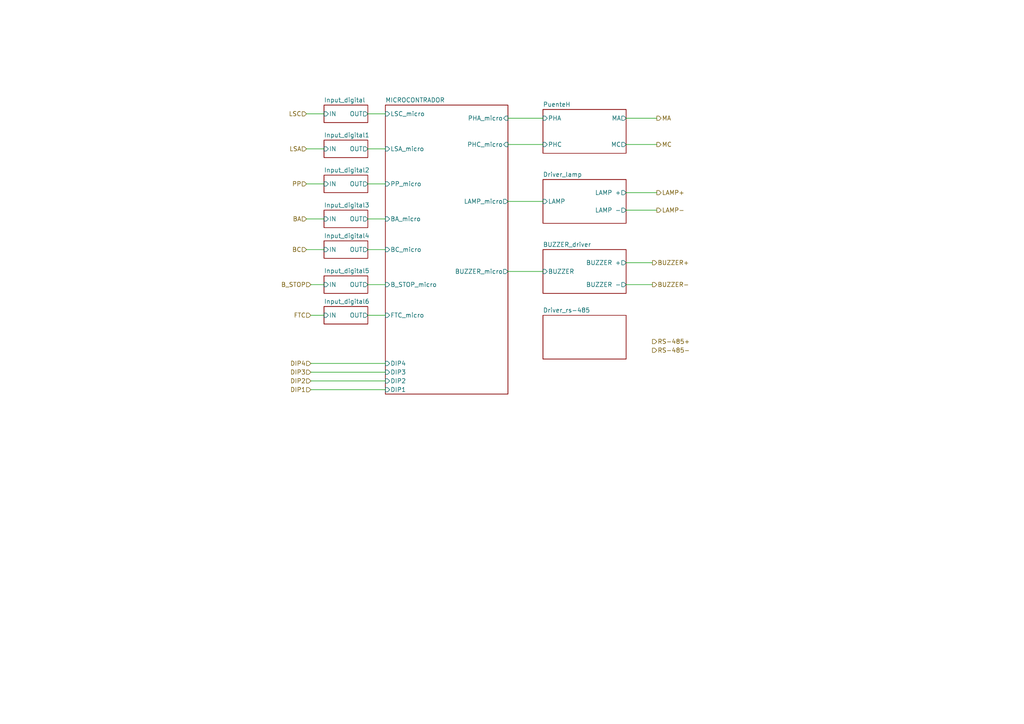
<source format=kicad_sch>
(kicad_sch
	(version 20250114)
	(generator "eeschema")
	(generator_version "9.0")
	(uuid "bac55e01-bd3b-4806-8a5c-69bdb8f2c737")
	(paper "A4")
	(lib_symbols)
	(wire
		(pts
			(xy 88.9 33.02) (xy 93.98 33.02)
		)
		(stroke
			(width 0)
			(type default)
		)
		(uuid "08af8573-46f8-46ff-a506-8001a6c2b984")
	)
	(wire
		(pts
			(xy 90.17 110.49) (xy 111.76 110.49)
		)
		(stroke
			(width 0)
			(type default)
		)
		(uuid "1e08fc0f-e373-471e-a28c-1552b1ec243b")
	)
	(wire
		(pts
			(xy 106.68 82.55) (xy 111.76 82.55)
		)
		(stroke
			(width 0)
			(type default)
		)
		(uuid "2e32666f-a8cb-4fb4-b23e-d427b89c3555")
	)
	(wire
		(pts
			(xy 90.17 91.44) (xy 93.98 91.44)
		)
		(stroke
			(width 0)
			(type default)
		)
		(uuid "331b3c85-3ef6-4983-b09b-f207ef7b20ac")
	)
	(wire
		(pts
			(xy 147.32 58.42) (xy 157.48 58.42)
		)
		(stroke
			(width 0)
			(type default)
		)
		(uuid "332ada29-271b-446b-b599-e293836f717d")
	)
	(wire
		(pts
			(xy 181.61 55.88) (xy 190.5 55.88)
		)
		(stroke
			(width 0)
			(type default)
		)
		(uuid "49c97193-eb03-4a81-9303-5e3940d9b354")
	)
	(wire
		(pts
			(xy 147.32 78.74) (xy 157.48 78.74)
		)
		(stroke
			(width 0)
			(type default)
		)
		(uuid "4a74c5bb-346e-4148-bb3c-76ff9a188046")
	)
	(wire
		(pts
			(xy 106.68 63.5) (xy 111.76 63.5)
		)
		(stroke
			(width 0)
			(type default)
		)
		(uuid "55f522c4-93e4-47cb-b1fb-b411f53fda2a")
	)
	(wire
		(pts
			(xy 88.9 53.34) (xy 93.98 53.34)
		)
		(stroke
			(width 0)
			(type default)
		)
		(uuid "67a2b4bf-75fc-48e3-ba92-dd63269fd5fd")
	)
	(wire
		(pts
			(xy 181.61 60.96) (xy 190.5 60.96)
		)
		(stroke
			(width 0)
			(type default)
		)
		(uuid "7034510e-3fb7-44a2-ba17-03dc7362f866")
	)
	(wire
		(pts
			(xy 181.61 41.91) (xy 190.5 41.91)
		)
		(stroke
			(width 0)
			(type default)
		)
		(uuid "750c3374-e206-4386-b796-a50b9717958d")
	)
	(wire
		(pts
			(xy 181.61 82.55) (xy 189.23 82.55)
		)
		(stroke
			(width 0)
			(type default)
		)
		(uuid "7b664bcf-4b7b-4316-a149-1fa79814fa26")
	)
	(wire
		(pts
			(xy 88.9 43.18) (xy 93.98 43.18)
		)
		(stroke
			(width 0)
			(type default)
		)
		(uuid "82c2ae6c-d5fc-40a0-a2a0-c91751d5845a")
	)
	(wire
		(pts
			(xy 106.68 43.18) (xy 111.76 43.18)
		)
		(stroke
			(width 0)
			(type default)
		)
		(uuid "96c18b4f-503c-4491-b116-afa988ff4523")
	)
	(wire
		(pts
			(xy 90.17 107.95) (xy 111.76 107.95)
		)
		(stroke
			(width 0)
			(type default)
		)
		(uuid "984c061b-233d-4c6d-96fc-7764568063c6")
	)
	(wire
		(pts
			(xy 90.17 113.03) (xy 111.76 113.03)
		)
		(stroke
			(width 0)
			(type default)
		)
		(uuid "ac377e0c-da37-4789-a3c1-85a6dde05d67")
	)
	(wire
		(pts
			(xy 88.9 72.39) (xy 93.98 72.39)
		)
		(stroke
			(width 0)
			(type default)
		)
		(uuid "b317831a-83a4-4971-a30c-6231d25fadac")
	)
	(wire
		(pts
			(xy 106.68 33.02) (xy 111.76 33.02)
		)
		(stroke
			(width 0)
			(type default)
		)
		(uuid "b86cf700-8e34-407d-a3d0-60253050588c")
	)
	(wire
		(pts
			(xy 90.17 82.55) (xy 93.98 82.55)
		)
		(stroke
			(width 0)
			(type default)
		)
		(uuid "c1f4e424-6962-4ed2-a079-b71271925cb8")
	)
	(wire
		(pts
			(xy 181.61 76.2) (xy 189.23 76.2)
		)
		(stroke
			(width 0)
			(type default)
		)
		(uuid "d3ce2804-15bc-4fa8-a762-b4057675cdfe")
	)
	(wire
		(pts
			(xy 147.32 41.91) (xy 157.48 41.91)
		)
		(stroke
			(width 0)
			(type default)
		)
		(uuid "e147fc13-7843-4293-8e86-68a60e6180df")
	)
	(wire
		(pts
			(xy 181.61 34.29) (xy 190.5 34.29)
		)
		(stroke
			(width 0)
			(type default)
		)
		(uuid "e5abee30-c434-475e-8cf5-8a91ab7cdfe5")
	)
	(wire
		(pts
			(xy 88.9 63.5) (xy 93.98 63.5)
		)
		(stroke
			(width 0)
			(type default)
		)
		(uuid "e62c5d73-796b-4ec8-8472-6fb9032ae412")
	)
	(wire
		(pts
			(xy 106.68 53.34) (xy 111.76 53.34)
		)
		(stroke
			(width 0)
			(type default)
		)
		(uuid "f51b54e9-3c8e-4e37-b08e-185c90a7da15")
	)
	(wire
		(pts
			(xy 90.17 105.41) (xy 111.76 105.41)
		)
		(stroke
			(width 0)
			(type default)
		)
		(uuid "f5afa132-843f-46c6-a5dc-b781e1dc3761")
	)
	(wire
		(pts
			(xy 147.32 34.29) (xy 157.48 34.29)
		)
		(stroke
			(width 0)
			(type default)
		)
		(uuid "f5f2655e-b617-4326-87de-f5fde769c20b")
	)
	(wire
		(pts
			(xy 106.68 72.39) (xy 111.76 72.39)
		)
		(stroke
			(width 0)
			(type default)
		)
		(uuid "fb8d2fb0-a38d-472f-ab77-7f30016203bf")
	)
	(wire
		(pts
			(xy 106.68 91.44) (xy 111.76 91.44)
		)
		(stroke
			(width 0)
			(type default)
		)
		(uuid "fbdd54e5-7512-4276-822e-e811d174062f")
	)
	(hierarchical_label "DIP1"
		(shape input)
		(at 90.17 113.03 180)
		(effects
			(font
				(size 1.27 1.27)
			)
			(justify right)
		)
		(uuid "1924b0c3-3746-4e06-9d6b-f41a633bfbd0")
	)
	(hierarchical_label "B_STOP"
		(shape input)
		(at 90.17 82.55 180)
		(effects
			(font
				(size 1.27 1.27)
			)
			(justify right)
		)
		(uuid "36cd8303-d58c-4156-b8fd-50f27f41bf4f")
	)
	(hierarchical_label "LSA"
		(shape input)
		(at 88.9 43.18 180)
		(effects
			(font
				(size 1.27 1.27)
			)
			(justify right)
		)
		(uuid "3a6c70bd-b6dc-4c24-802a-44b7ef380362")
	)
	(hierarchical_label "DIP2"
		(shape input)
		(at 90.17 110.49 180)
		(effects
			(font
				(size 1.27 1.27)
			)
			(justify right)
		)
		(uuid "402abae9-0fb6-4115-bc51-6ee170ccc7bb")
	)
	(hierarchical_label "LSC"
		(shape input)
		(at 88.9 33.02 180)
		(effects
			(font
				(size 1.27 1.27)
			)
			(justify right)
		)
		(uuid "487121a7-0028-4cd6-8c50-1db3588e2ea3")
	)
	(hierarchical_label "RS-485-"
		(shape output)
		(at 189.23 101.6 0)
		(effects
			(font
				(size 1.27 1.27)
			)
			(justify left)
		)
		(uuid "48e8f8b3-0b1b-43e5-b7e7-2cc4b0c50150")
	)
	(hierarchical_label "DIP3"
		(shape input)
		(at 90.17 107.95 180)
		(effects
			(font
				(size 1.27 1.27)
			)
			(justify right)
		)
		(uuid "48f857a3-8362-4cb6-b4b3-6af642880e37")
	)
	(hierarchical_label "PP"
		(shape input)
		(at 88.9 53.34 180)
		(effects
			(font
				(size 1.27 1.27)
			)
			(justify right)
		)
		(uuid "4f6178f2-10fc-4a58-8107-75fc3819c8c2")
	)
	(hierarchical_label "LAMP+"
		(shape output)
		(at 190.5 55.88 0)
		(effects
			(font
				(size 1.27 1.27)
			)
			(justify left)
		)
		(uuid "53155ced-7850-4e9d-8f2b-88af11c89924")
	)
	(hierarchical_label "MA"
		(shape output)
		(at 190.5 34.29 0)
		(effects
			(font
				(size 1.27 1.27)
			)
			(justify left)
		)
		(uuid "59b079d3-e824-470a-b795-f0d4aff1b5d6")
	)
	(hierarchical_label "LAMP-"
		(shape output)
		(at 190.5 60.96 0)
		(effects
			(font
				(size 1.27 1.27)
			)
			(justify left)
		)
		(uuid "85c6f99f-faf7-490b-b159-991a2cf238be")
	)
	(hierarchical_label "BUZZER+"
		(shape output)
		(at 189.23 76.2 0)
		(effects
			(font
				(size 1.27 1.27)
			)
			(justify left)
		)
		(uuid "94ef1532-20b9-43d3-8bf4-23ec640771ef")
	)
	(hierarchical_label "MC"
		(shape output)
		(at 190.5 41.91 0)
		(effects
			(font
				(size 1.27 1.27)
			)
			(justify left)
		)
		(uuid "b0237c46-a21e-4b31-981a-24fdc6e34ed6")
	)
	(hierarchical_label "FTC"
		(shape input)
		(at 90.17 91.44 180)
		(effects
			(font
				(size 1.27 1.27)
			)
			(justify right)
		)
		(uuid "b84cfdfc-0ea4-4ed7-90ca-e055845754ec")
	)
	(hierarchical_label "BA"
		(shape input)
		(at 88.9 63.5 180)
		(effects
			(font
				(size 1.27 1.27)
			)
			(justify right)
		)
		(uuid "cbea4785-9d9d-46db-abc8-2b7149fa73a6")
	)
	(hierarchical_label "RS-485+"
		(shape output)
		(at 189.23 99.06 0)
		(effects
			(font
				(size 1.27 1.27)
			)
			(justify left)
		)
		(uuid "d732b2a5-c6b3-4d02-a352-b56bf5b7f403")
	)
	(hierarchical_label "DIP4"
		(shape input)
		(at 90.17 105.41 180)
		(effects
			(font
				(size 1.27 1.27)
			)
			(justify right)
		)
		(uuid "e157a36e-5b7c-41c4-a51d-e9cb527829f1")
	)
	(hierarchical_label "BC"
		(shape input)
		(at 88.9 72.39 180)
		(effects
			(font
				(size 1.27 1.27)
			)
			(justify right)
		)
		(uuid "f6128df4-8714-4de9-b846-15386e650d4d")
	)
	(hierarchical_label "BUZZER-"
		(shape output)
		(at 189.23 82.55 0)
		(effects
			(font
				(size 1.27 1.27)
			)
			(justify left)
		)
		(uuid "f61e4338-fdd6-4d5e-b8cf-d579359393bc")
	)
	(sheet
		(at 93.98 30.48)
		(size 12.7 5.08)
		(exclude_from_sim no)
		(in_bom yes)
		(on_board yes)
		(dnp no)
		(fields_autoplaced yes)
		(stroke
			(width 0.1524)
			(type solid)
		)
		(fill
			(color 0 0 0 0.0000)
		)
		(uuid "3e251d48-884c-4e9c-95cb-54a445abcfcb")
		(property "Sheetname" "Input_digital"
			(at 93.98 29.7684 0)
			(effects
				(font
					(size 1.27 1.27)
				)
				(justify left bottom)
			)
		)
		(property "Sheetfile" "Input_digital.kicad_sch"
			(at 93.98 36.1446 0)
			(effects
				(font
					(size 1.27 1.27)
				)
				(justify left top)
				(hide yes)
			)
		)
		(pin "IN" input
			(at 93.98 33.02 180)
			(uuid "51f092d1-7049-4ceb-952a-7d0f79654d34")
			(effects
				(font
					(size 1.27 1.27)
				)
				(justify left)
			)
		)
		(pin "OUT" output
			(at 106.68 33.02 0)
			(uuid "f59e14ec-e88b-447c-9d03-683679f59b01")
			(effects
				(font
					(size 1.27 1.27)
				)
				(justify right)
			)
		)
		(instances
			(project "micro_puerta"
				(path "/dc282be5-e5dc-42c0-bb17-f509e39380eb/6048650d-625a-424f-9cb1-52e32bdac9fd"
					(page "3")
				)
			)
		)
	)
	(sheet
		(at 111.76 30.48)
		(size 35.56 83.82)
		(exclude_from_sim no)
		(in_bom yes)
		(on_board yes)
		(dnp no)
		(fields_autoplaced yes)
		(stroke
			(width 0.1524)
			(type solid)
		)
		(fill
			(color 0 0 0 0.0000)
		)
		(uuid "437937e8-b0f6-44bd-ac02-8f8a13670ada")
		(property "Sheetname" "MICROCONTRADOR"
			(at 111.76 29.7684 0)
			(effects
				(font
					(size 1.27 1.27)
				)
				(justify left bottom)
			)
		)
		(property "Sheetfile" "MICROCONTRADOR.kicad_sch"
			(at 111.76 114.8846 0)
			(effects
				(font
					(size 1.27 1.27)
				)
				(justify left top)
				(hide yes)
			)
		)
		(pin "DIP1" input
			(at 111.76 113.03 180)
			(uuid "108f1385-c538-40dd-8434-f8958c301ce8")
			(effects
				(font
					(size 1.27 1.27)
				)
				(justify left)
			)
		)
		(pin "DIP2" input
			(at 111.76 110.49 180)
			(uuid "bc0aff4f-eca2-40ba-9a83-14e8a8981f8e")
			(effects
				(font
					(size 1.27 1.27)
				)
				(justify left)
			)
		)
		(pin "DIP3" input
			(at 111.76 107.95 180)
			(uuid "7aee5e39-acf7-4cda-97b8-2e69990108df")
			(effects
				(font
					(size 1.27 1.27)
				)
				(justify left)
			)
		)
		(pin "DIP4" input
			(at 111.76 105.41 180)
			(uuid "ef2d495a-3f30-4934-b0bf-d8c8b916ef00")
			(effects
				(font
					(size 1.27 1.27)
				)
				(justify left)
			)
		)
		(pin "BA_micro" input
			(at 111.76 63.5 180)
			(uuid "bbb4b838-4f11-43c8-a13a-924292a98771")
			(effects
				(font
					(size 1.27 1.27)
				)
				(justify left)
			)
		)
		(pin "BC_micro" input
			(at 111.76 72.39 180)
			(uuid "d1303a10-5e07-4e49-96bc-c765222e1821")
			(effects
				(font
					(size 1.27 1.27)
				)
				(justify left)
			)
		)
		(pin "B_STOP_micro" input
			(at 111.76 82.55 180)
			(uuid "2775ef06-6149-4163-beff-0324ba558b54")
			(effects
				(font
					(size 1.27 1.27)
				)
				(justify left)
			)
		)
		(pin "FTC_micro" input
			(at 111.76 91.44 180)
			(uuid "c10aa31c-bb3f-4fcb-b9b4-04fba1d24d5d")
			(effects
				(font
					(size 1.27 1.27)
				)
				(justify left)
			)
		)
		(pin "LSA_micro" input
			(at 111.76 43.18 180)
			(uuid "78672a1d-f6d2-41a9-aef9-b50e6b07f6c7")
			(effects
				(font
					(size 1.27 1.27)
				)
				(justify left)
			)
		)
		(pin "LSC_micro" input
			(at 111.76 33.02 180)
			(uuid "6c5c2435-2c0b-455d-a218-43cce0bee7bb")
			(effects
				(font
					(size 1.27 1.27)
				)
				(justify left)
			)
		)
		(pin "PP_micro" input
			(at 111.76 53.34 180)
			(uuid "f530b89b-d0fd-4623-9010-9c669fa97759")
			(effects
				(font
					(size 1.27 1.27)
				)
				(justify left)
			)
		)
		(pin "PHA_micro" input
			(at 147.32 34.29 0)
			(uuid "c6782b3b-588c-49c7-bc64-660bb6470027")
			(effects
				(font
					(size 1.27 1.27)
				)
				(justify right)
			)
		)
		(pin "PHC_micro" input
			(at 147.32 41.91 0)
			(uuid "baf72841-bb76-4b16-a847-39a2e301d9d6")
			(effects
				(font
					(size 1.27 1.27)
				)
				(justify right)
			)
		)
		(pin "LAMP_micro" output
			(at 147.32 58.42 0)
			(uuid "5efb9654-db8c-4f41-8386-6669c1690d96")
			(effects
				(font
					(size 1.27 1.27)
				)
				(justify right)
			)
		)
		(pin "BUZZER_micro" output
			(at 147.32 78.74 0)
			(uuid "e7151737-f0b6-4cce-88aa-4262d1295294")
			(effects
				(font
					(size 1.27 1.27)
				)
				(justify right)
			)
		)
		(instances
			(project "micro_puerta"
				(path "/dc282be5-e5dc-42c0-bb17-f509e39380eb/6048650d-625a-424f-9cb1-52e32bdac9fd"
					(page "10")
				)
			)
		)
	)
	(sheet
		(at 157.48 72.39)
		(size 24.13 12.7)
		(exclude_from_sim no)
		(in_bom yes)
		(on_board yes)
		(dnp no)
		(fields_autoplaced yes)
		(stroke
			(width 0.1524)
			(type solid)
		)
		(fill
			(color 0 0 0 0.0000)
		)
		(uuid "466a8e2f-6139-446d-9a03-40b602320558")
		(property "Sheetname" "BUZZER_driver"
			(at 157.48 71.6784 0)
			(effects
				(font
					(size 1.27 1.27)
				)
				(justify left bottom)
			)
		)
		(property "Sheetfile" "untitled.kicad_sch"
			(at 157.48 85.6746 0)
			(effects
				(font
					(size 1.27 1.27)
				)
				(justify left top)
				(hide yes)
			)
		)
		(pin "BUZZER" input
			(at 157.48 78.74 180)
			(uuid "42c4a8ea-e2d0-47c6-b24a-b59b463d7e69")
			(effects
				(font
					(size 1.27 1.27)
				)
				(justify left)
			)
		)
		(pin "BUZZER +" output
			(at 181.61 76.2 0)
			(uuid "3a327b27-55c6-44d0-8cc0-b4017a9d34fd")
			(effects
				(font
					(size 1.27 1.27)
				)
				(justify right)
			)
		)
		(pin "BUZZER -" output
			(at 181.61 82.55 0)
			(uuid "1b9ec868-1e3b-4205-b5bc-cb05e42f221b")
			(effects
				(font
					(size 1.27 1.27)
				)
				(justify right)
			)
		)
		(instances
			(project "micro_puerta"
				(path "/dc282be5-e5dc-42c0-bb17-f509e39380eb/6048650d-625a-424f-9cb1-52e32bdac9fd"
					(page "15")
				)
			)
		)
	)
	(sheet
		(at 93.98 88.9)
		(size 12.7 5.08)
		(exclude_from_sim no)
		(in_bom yes)
		(on_board yes)
		(dnp no)
		(fields_autoplaced yes)
		(stroke
			(width 0.1524)
			(type solid)
		)
		(fill
			(color 0 0 0 0.0000)
		)
		(uuid "46774c2b-b0cd-414e-8a33-40e432c16d93")
		(property "Sheetname" "Input_digital6"
			(at 93.98 88.1884 0)
			(effects
				(font
					(size 1.27 1.27)
				)
				(justify left bottom)
			)
		)
		(property "Sheetfile" "Input_digital.kicad_sch"
			(at 93.98 94.5646 0)
			(effects
				(font
					(size 1.27 1.27)
				)
				(justify left top)
				(hide yes)
			)
		)
		(pin "IN" input
			(at 93.98 91.44 180)
			(uuid "9cb603ae-e35d-4dfa-98a3-dcf2c82e8389")
			(effects
				(font
					(size 1.27 1.27)
				)
				(justify left)
			)
		)
		(pin "OUT" output
			(at 106.68 91.44 0)
			(uuid "e5843039-17b3-47fe-9e81-5550e499146a")
			(effects
				(font
					(size 1.27 1.27)
				)
				(justify right)
			)
		)
		(instances
			(project "micro_puerta"
				(path "/dc282be5-e5dc-42c0-bb17-f509e39380eb/6048650d-625a-424f-9cb1-52e32bdac9fd"
					(page "9")
				)
			)
		)
	)
	(sheet
		(at 93.98 40.64)
		(size 12.7 5.08)
		(exclude_from_sim no)
		(in_bom yes)
		(on_board yes)
		(dnp no)
		(fields_autoplaced yes)
		(stroke
			(width 0.1524)
			(type solid)
		)
		(fill
			(color 0 0 0 0.0000)
		)
		(uuid "517a836d-a2b3-4867-8dc7-011c39f8b3a2")
		(property "Sheetname" "Input_digital1"
			(at 93.98 39.9284 0)
			(effects
				(font
					(size 1.27 1.27)
				)
				(justify left bottom)
			)
		)
		(property "Sheetfile" "Input_digital.kicad_sch"
			(at 93.98 46.3046 0)
			(effects
				(font
					(size 1.27 1.27)
				)
				(justify left top)
				(hide yes)
			)
		)
		(pin "IN" input
			(at 93.98 43.18 180)
			(uuid "ff7edba0-42ba-4ac7-b804-7ad20b605b59")
			(effects
				(font
					(size 1.27 1.27)
				)
				(justify left)
			)
		)
		(pin "OUT" output
			(at 106.68 43.18 0)
			(uuid "403daf6e-4348-4341-a8a1-148930eb8595")
			(effects
				(font
					(size 1.27 1.27)
				)
				(justify right)
			)
		)
		(instances
			(project "micro_puerta"
				(path "/dc282be5-e5dc-42c0-bb17-f509e39380eb/6048650d-625a-424f-9cb1-52e32bdac9fd"
					(page "4")
				)
			)
		)
	)
	(sheet
		(at 157.48 52.07)
		(size 24.13 12.7)
		(exclude_from_sim no)
		(in_bom yes)
		(on_board yes)
		(dnp no)
		(fields_autoplaced yes)
		(stroke
			(width 0.1524)
			(type solid)
		)
		(fill
			(color 0 0 0 0.0000)
		)
		(uuid "590f8cc4-94e0-49f8-bec8-9ea1f9275301")
		(property "Sheetname" "Driver_lamp"
			(at 157.48 51.3584 0)
			(effects
				(font
					(size 1.27 1.27)
				)
				(justify left bottom)
			)
		)
		(property "Sheetfile" "Driver_lamp.kicad_sch"
			(at 157.48 65.3546 0)
			(effects
				(font
					(size 1.27 1.27)
				)
				(justify left top)
				(hide yes)
			)
		)
		(pin "LAMP +" output
			(at 181.61 55.88 0)
			(uuid "a9820101-21f4-4760-b802-a93cebda310b")
			(effects
				(font
					(size 1.27 1.27)
				)
				(justify right)
			)
		)
		(pin "LAMP -" output
			(at 181.61 60.96 0)
			(uuid "857ac7d2-616d-43b8-8c78-d76c4e3da2fc")
			(effects
				(font
					(size 1.27 1.27)
				)
				(justify right)
			)
		)
		(pin "LAMP" input
			(at 157.48 58.42 180)
			(uuid "f82f4980-ff89-449a-ab7a-e84858c909b5")
			(effects
				(font
					(size 1.27 1.27)
				)
				(justify left)
			)
		)
		(instances
			(project "micro_puerta"
				(path "/dc282be5-e5dc-42c0-bb17-f509e39380eb/6048650d-625a-424f-9cb1-52e32bdac9fd"
					(page "13")
				)
			)
		)
	)
	(sheet
		(at 93.98 50.8)
		(size 12.7 5.08)
		(exclude_from_sim no)
		(in_bom yes)
		(on_board yes)
		(dnp no)
		(fields_autoplaced yes)
		(stroke
			(width 0.1524)
			(type solid)
		)
		(fill
			(color 0 0 0 0.0000)
		)
		(uuid "909c7d9d-c497-46d9-bbe9-6f3a04ca0d22")
		(property "Sheetname" "Input_digital2"
			(at 93.98 50.0884 0)
			(effects
				(font
					(size 1.27 1.27)
				)
				(justify left bottom)
			)
		)
		(property "Sheetfile" "Input_digital.kicad_sch"
			(at 93.98 56.4646 0)
			(effects
				(font
					(size 1.27 1.27)
				)
				(justify left top)
				(hide yes)
			)
		)
		(pin "IN" input
			(at 93.98 53.34 180)
			(uuid "a4d8e806-6405-46fc-80b5-c64c5d0b4a25")
			(effects
				(font
					(size 1.27 1.27)
				)
				(justify left)
			)
		)
		(pin "OUT" output
			(at 106.68 53.34 0)
			(uuid "8017f809-4613-4f6e-931f-af2f52ab5bac")
			(effects
				(font
					(size 1.27 1.27)
				)
				(justify right)
			)
		)
		(instances
			(project "micro_puerta"
				(path "/dc282be5-e5dc-42c0-bb17-f509e39380eb/6048650d-625a-424f-9cb1-52e32bdac9fd"
					(page "5")
				)
			)
		)
	)
	(sheet
		(at 157.48 91.44)
		(size 24.13 12.7)
		(exclude_from_sim no)
		(in_bom yes)
		(on_board yes)
		(dnp no)
		(fields_autoplaced yes)
		(stroke
			(width 0.1524)
			(type solid)
		)
		(fill
			(color 0 0 0 0.0000)
		)
		(uuid "a7b40c7d-09e5-46d3-9bb9-2c4c565e31b0")
		(property "Sheetname" "Driver_rs-485"
			(at 157.48 90.7284 0)
			(effects
				(font
					(size 1.27 1.27)
				)
				(justify left bottom)
			)
		)
		(property "Sheetfile" "Driver_rs-485.kicad_sch"
			(at 157.48 104.7246 0)
			(effects
				(font
					(size 1.27 1.27)
				)
				(justify left top)
				(hide yes)
			)
		)
		(instances
			(project "micro_puerta"
				(path "/dc282be5-e5dc-42c0-bb17-f509e39380eb/6048650d-625a-424f-9cb1-52e32bdac9fd"
					(page "14")
				)
			)
		)
	)
	(sheet
		(at 93.98 80.01)
		(size 12.7 5.08)
		(exclude_from_sim no)
		(in_bom yes)
		(on_board yes)
		(dnp no)
		(fields_autoplaced yes)
		(stroke
			(width 0.1524)
			(type solid)
		)
		(fill
			(color 0 0 0 0.0000)
		)
		(uuid "a88a18ed-630c-4aa7-b898-2ce04221a2e6")
		(property "Sheetname" "Input_digital5"
			(at 93.98 79.2984 0)
			(effects
				(font
					(size 1.27 1.27)
				)
				(justify left bottom)
			)
		)
		(property "Sheetfile" "Input_digital.kicad_sch"
			(at 93.98 85.6746 0)
			(effects
				(font
					(size 1.27 1.27)
				)
				(justify left top)
				(hide yes)
			)
		)
		(pin "IN" input
			(at 93.98 82.55 180)
			(uuid "9efc1d23-1666-4680-9b02-cd7b75d2af1b")
			(effects
				(font
					(size 1.27 1.27)
				)
				(justify left)
			)
		)
		(pin "OUT" output
			(at 106.68 82.55 0)
			(uuid "48269cef-f592-47f0-ad67-5b99bef93e57")
			(effects
				(font
					(size 1.27 1.27)
				)
				(justify right)
			)
		)
		(instances
			(project "micro_puerta"
				(path "/dc282be5-e5dc-42c0-bb17-f509e39380eb/6048650d-625a-424f-9cb1-52e32bdac9fd"
					(page "8")
				)
			)
		)
	)
	(sheet
		(at 157.48 31.75)
		(size 24.13 12.7)
		(exclude_from_sim no)
		(in_bom yes)
		(on_board yes)
		(dnp no)
		(fields_autoplaced yes)
		(stroke
			(width 0.1524)
			(type solid)
		)
		(fill
			(color 0 0 0 0.0000)
		)
		(uuid "aab5f0e5-2e5f-4b38-95ed-03af66583689")
		(property "Sheetname" "PuenteH"
			(at 157.48 31.0384 0)
			(effects
				(font
					(size 1.27 1.27)
				)
				(justify left bottom)
			)
		)
		(property "Sheetfile" "PuenteH.kicad_sch"
			(at 157.48 45.0346 0)
			(effects
				(font
					(size 1.27 1.27)
				)
				(justify left top)
				(hide yes)
			)
		)
		(pin "MA" output
			(at 181.61 34.29 0)
			(uuid "2870da50-b52a-46b0-82f9-4e41763bcf95")
			(effects
				(font
					(size 1.27 1.27)
				)
				(justify right)
			)
		)
		(pin "MC" output
			(at 181.61 41.91 0)
			(uuid "b6f515b6-a355-4657-a434-d8df7b928622")
			(effects
				(font
					(size 1.27 1.27)
				)
				(justify right)
			)
		)
		(pin "PHA" input
			(at 157.48 34.29 180)
			(uuid "e6ee90fb-76c4-4441-93a1-4c5b7de51afc")
			(effects
				(font
					(size 1.27 1.27)
				)
				(justify left)
			)
		)
		(pin "PHC" input
			(at 157.48 41.91 180)
			(uuid "b91c4f55-7238-4189-a2e3-761293fd99c5")
			(effects
				(font
					(size 1.27 1.27)
				)
				(justify left)
			)
		)
		(instances
			(project "micro_puerta"
				(path "/dc282be5-e5dc-42c0-bb17-f509e39380eb/6048650d-625a-424f-9cb1-52e32bdac9fd"
					(page "12")
				)
			)
		)
	)
	(sheet
		(at 93.98 69.85)
		(size 12.7 5.08)
		(exclude_from_sim no)
		(in_bom yes)
		(on_board yes)
		(dnp no)
		(fields_autoplaced yes)
		(stroke
			(width 0.1524)
			(type solid)
		)
		(fill
			(color 0 0 0 0.0000)
		)
		(uuid "e6646682-875f-4b7d-a037-7585933df3a1")
		(property "Sheetname" "Input_digital4"
			(at 93.98 69.1384 0)
			(effects
				(font
					(size 1.27 1.27)
				)
				(justify left bottom)
			)
		)
		(property "Sheetfile" "Input_digital.kicad_sch"
			(at 93.98 75.5146 0)
			(effects
				(font
					(size 1.27 1.27)
				)
				(justify left top)
				(hide yes)
			)
		)
		(pin "IN" input
			(at 93.98 72.39 180)
			(uuid "07a01a2f-de42-4c61-a7b8-abf586ed59cb")
			(effects
				(font
					(size 1.27 1.27)
				)
				(justify left)
			)
		)
		(pin "OUT" output
			(at 106.68 72.39 0)
			(uuid "4ccd46ca-8797-41cc-886f-0e6ec0f0a978")
			(effects
				(font
					(size 1.27 1.27)
				)
				(justify right)
			)
		)
		(instances
			(project "micro_puerta"
				(path "/dc282be5-e5dc-42c0-bb17-f509e39380eb/6048650d-625a-424f-9cb1-52e32bdac9fd"
					(page "7")
				)
			)
		)
	)
	(sheet
		(at 93.98 60.96)
		(size 12.7 5.08)
		(exclude_from_sim no)
		(in_bom yes)
		(on_board yes)
		(dnp no)
		(fields_autoplaced yes)
		(stroke
			(width 0.1524)
			(type solid)
		)
		(fill
			(color 0 0 0 0.0000)
		)
		(uuid "ed0d6d57-f46e-48fa-ab3e-ff6315aa5fe7")
		(property "Sheetname" "Input_digital3"
			(at 93.98 60.2484 0)
			(effects
				(font
					(size 1.27 1.27)
				)
				(justify left bottom)
			)
		)
		(property "Sheetfile" "Input_digital.kicad_sch"
			(at 93.98 66.6246 0)
			(effects
				(font
					(size 1.27 1.27)
				)
				(justify left top)
				(hide yes)
			)
		)
		(pin "IN" input
			(at 93.98 63.5 180)
			(uuid "5d1d3a4c-0331-40d0-8184-b48b98e8b0e9")
			(effects
				(font
					(size 1.27 1.27)
				)
				(justify left)
			)
		)
		(pin "OUT" output
			(at 106.68 63.5 0)
			(uuid "a6b617ce-6aa3-4d06-9f7e-56165ab9e787")
			(effects
				(font
					(size 1.27 1.27)
				)
				(justify right)
			)
		)
		(instances
			(project "micro_puerta"
				(path "/dc282be5-e5dc-42c0-bb17-f509e39380eb/6048650d-625a-424f-9cb1-52e32bdac9fd"
					(page "6")
				)
			)
		)
	)
)

</source>
